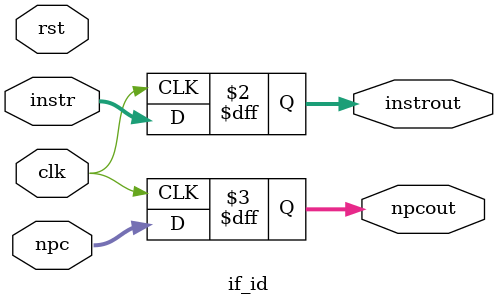
<source format=v>
module if_id(
    input wire clk, rst,
    input wire [31:0] instr,
    input wire [31:0] npc,
    output reg [31:0] instrout,
    output reg [31:0] npcout
);
    always @(posedge clk) begin
        instrout <= instr;
        npcout <= npc;
    end
endmodule
</source>
